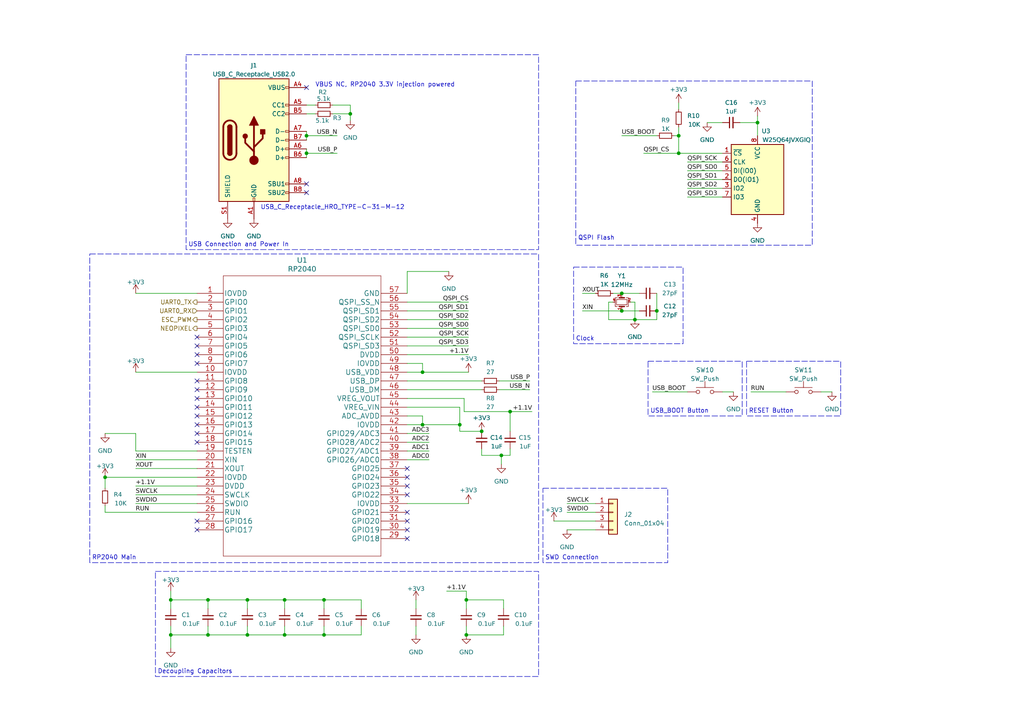
<source format=kicad_sch>
(kicad_sch (version 20230409) (generator eeschema)
  (paper "A4")
  (lib_symbols
    (symbol "2022-10-24_20-36-00:RP2040" (pin_names (offset 0.254))
      (property "Reference" "U" (at 30.48 10.16 0))
      (property "Value" "RP2040" (at 30.48 7.62 0))
      (symbol "RP2040_1_1"
        (polyline (pts (xy 7.62 -76.2) (xy 53.34 -76.2)) (stroke (width 0.127)))
        (polyline (pts (xy 7.62 5.08) (xy 7.62 -76.2)) (stroke (width 0.127)))
        (polyline (pts (xy 53.34 -76.2) (xy 53.34 5.08)) (stroke (width 0.127)))
        (polyline (pts (xy 53.34 5.08) (xy 7.62 5.08)) (stroke (width 0.127)))
        (pin power_in line (at 0 0 0) (length 7.62) (name "IOVDD") (number "1"))
        (pin power_in line (at 0 -22.86 0) (length 7.62) (name "IOVDD") (number "10"))
        (pin bidirectional line (at 0 -25.4 0) (length 7.62) (name "GPIO8") (number "11"))
        (pin bidirectional line (at 0 -27.94 0) (length 7.62) (name "GPIO9") (number "12"))
        (pin bidirectional line (at 0 -30.48 0) (length 7.62) (name "GPIO10") (number "13"))
        (pin bidirectional line (at 0 -33.02 0) (length 7.62) (name "GPIO11") (number "14"))
        (pin bidirectional line (at 0 -35.56 0) (length 7.62) (name "GPIO12") (number "15"))
        (pin bidirectional line (at 0 -38.1 0) (length 7.62) (name "GPIO13") (number "16"))
        (pin bidirectional line (at 0 -40.64 0) (length 7.62) (name "GPIO14") (number "17"))
        (pin bidirectional line (at 0 -43.18 0) (length 7.62) (name "GPIO15") (number "18"))
        (pin unspecified line (at 0 -45.72 0) (length 7.62) (name "TESTEN") (number "19"))
        (pin bidirectional line (at 0 -2.54 0) (length 7.62) (name "GPIO0") (number "2"))
        (pin unspecified line (at 0 -48.26 0) (length 7.62) (name "XIN") (number "20"))
        (pin output line (at 0 -50.8 0) (length 7.62) (name "XOUT") (number "21"))
        (pin power_in line (at 0 -53.34 0) (length 7.62) (name "IOVDD") (number "22"))
        (pin power_in line (at 0 -55.88 0) (length 7.62) (name "DVDD") (number "23"))
        (pin unspecified line (at 0 -58.42 0) (length 7.62) (name "SWCLK") (number "24"))
        (pin unspecified line (at 0 -60.96 0) (length 7.62) (name "SWDIO") (number "25"))
        (pin unspecified line (at 0 -63.5 0) (length 7.62) (name "RUN") (number "26"))
        (pin bidirectional line (at 0 -66.04 0) (length 7.62) (name "GPIO16") (number "27"))
        (pin bidirectional line (at 0 -68.58 0) (length 7.62) (name "GPIO17") (number "28"))
        (pin bidirectional line (at 60.96 -71.12 180) (length 7.62) (name "GPIO18") (number "29"))
        (pin bidirectional line (at 0 -5.08 0) (length 7.62) (name "GPIO1") (number "3"))
        (pin bidirectional line (at 60.96 -68.58 180) (length 7.62) (name "GPIO19") (number "30"))
        (pin bidirectional line (at 60.96 -66.04 180) (length 7.62) (name "GPIO20") (number "31"))
        (pin bidirectional line (at 60.96 -63.5 180) (length 7.62) (name "GPIO21") (number "32"))
        (pin power_in line (at 60.96 -60.96 180) (length 7.62) (name "IOVDD") (number "33"))
        (pin bidirectional line (at 60.96 -58.42 180) (length 7.62) (name "GPIO22") (number "34"))
        (pin bidirectional line (at 60.96 -55.88 180) (length 7.62) (name "GPIO23") (number "35"))
        (pin bidirectional line (at 60.96 -53.34 180) (length 7.62) (name "GPIO24") (number "36"))
        (pin bidirectional line (at 60.96 -50.8 180) (length 7.62) (name "GPIO25") (number "37"))
        (pin bidirectional line (at 60.96 -48.26 180) (length 7.62) (name "GPIO26/ADC0") (number "38"))
        (pin bidirectional line (at 60.96 -45.72 180) (length 7.62) (name "GPIO27/ADC1") (number "39"))
        (pin bidirectional line (at 0 -7.62 0) (length 7.62) (name "GPIO2") (number "4"))
        (pin bidirectional line (at 60.96 -43.18 180) (length 7.62) (name "GPIO28/ADC2") (number "40"))
        (pin bidirectional line (at 60.96 -40.64 180) (length 7.62) (name "GPIO29/ADC3") (number "41"))
        (pin power_in line (at 60.96 -38.1 180) (length 7.62) (name "IOVDD") (number "42"))
        (pin power_in line (at 60.96 -35.56 180) (length 7.62) (name "ADC_AVDD") (number "43"))
        (pin unspecified line (at 60.96 -33.02 180) (length 7.62) (name "VREG_VIN") (number "44"))
        (pin output line (at 60.96 -30.48 180) (length 7.62) (name "VREG_VOUT") (number "45"))
        (pin unspecified line (at 60.96 -27.94 180) (length 7.62) (name "USB_DM") (number "46"))
        (pin unspecified line (at 60.96 -25.4 180) (length 7.62) (name "USB_DP") (number "47"))
        (pin power_in line (at 60.96 -22.86 180) (length 7.62) (name "USB_VDD") (number "48"))
        (pin power_in line (at 60.96 -20.32 180) (length 7.62) (name "IOVDD") (number "49"))
        (pin bidirectional line (at 0 -10.16 0) (length 7.62) (name "GPIO3") (number "5"))
        (pin power_in line (at 60.96 -17.78 180) (length 7.62) (name "DVDD") (number "50"))
        (pin bidirectional line (at 60.96 -15.24 180) (length 7.62) (name "QSPI_SD3") (number "51"))
        (pin unspecified line (at 60.96 -12.7 180) (length 7.62) (name "QSPI_SCLK") (number "52"))
        (pin bidirectional line (at 60.96 -10.16 180) (length 7.62) (name "QSPI_SD0") (number "53"))
        (pin bidirectional line (at 60.96 -7.62 180) (length 7.62) (name "QSPI_SD2") (number "54"))
        (pin bidirectional line (at 60.96 -5.08 180) (length 7.62) (name "QSPI_SD1") (number "55"))
        (pin unspecified line (at 60.96 -2.54 180) (length 7.62) (name "QSPI_SS_N") (number "56"))
        (pin power_in line (at 60.96 0 180) (length 7.62) (name "GND") (number "57"))
        (pin bidirectional line (at 0 -12.7 0) (length 7.62) (name "GPIO4") (number "6"))
        (pin bidirectional line (at 0 -15.24 0) (length 7.62) (name "GPIO5") (number "7"))
        (pin bidirectional line (at 0 -17.78 0) (length 7.62) (name "GPIO6") (number "8"))
        (pin bidirectional line (at 0 -20.32 0) (length 7.62) (name "GPIO7") (number "9"))
      )
    )
    (symbol "Connector:USB_C_Receptacle_USB2.0" (pin_names (offset 1.016))
      (property "Reference" "J" (at -10.16 19.05 0))
      (property "Value" "USB_C_Receptacle_USB2.0" (at 19.05 19.05 0))
      (symbol "USB_C_Receptacle_USB2.0_0_0"
        (rectangle (start -0.254 -17.78) (end 0.254 -16.764))
        (rectangle (start 10.16 -14.986) (end 9.144 -15.494))
        (rectangle (start 10.16 -12.446) (end 9.144 -12.954))
        (rectangle (start 10.16 -4.826) (end 9.144 -5.334))
        (rectangle (start 10.16 -2.286) (end 9.144 -2.794))
        (rectangle (start 10.16 0.254) (end 9.144 -0.254))
        (rectangle (start 10.16 2.794) (end 9.144 2.286))
        (rectangle (start 10.16 7.874) (end 9.144 7.366))
        (rectangle (start 10.16 10.414) (end 9.144 9.906))
        (rectangle (start 10.16 15.494) (end 9.144 14.986))
      )
      (symbol "USB_C_Receptacle_USB2.0_0_1"
        (rectangle (start -10.16 17.78) (end 10.16 -17.78) (stroke (width 0.254)) (fill (type background)))
        (arc (start -8.89 -3.81) (mid -6.985 -5.7067) (end -5.08 -3.81) (stroke (width 0.508)))
        (arc (start -7.62 -3.81) (mid -6.985 -4.4423) (end -6.35 -3.81) (stroke (width 0.254)))
        (arc (start -7.62 -3.81) (mid -6.985 -4.4423) (end -6.35 -3.81) (stroke (width 0.254)) (fill (type outline)))
        (rectangle (start -7.62 -3.81) (end -6.35 3.81) (stroke (width 0.254)) (fill (type outline)))
        (arc (start -6.35 3.81) (mid -6.985 4.4423) (end -7.62 3.81) (stroke (width 0.254)))
        (arc (start -6.35 3.81) (mid -6.985 4.4423) (end -7.62 3.81) (stroke (width 0.254)) (fill (type outline)))
        (arc (start -5.08 3.81) (mid -6.985 5.7067) (end -8.89 3.81) (stroke (width 0.508)))
        (circle (center -2.54 1.143) (radius 0.635) (stroke (width 0.254)) (fill (type outline)))
        (circle (center 0 -5.842) (radius 1.27) (fill (type outline)))
        (polyline (pts (xy -8.89 -3.81) (xy -8.89 3.81)) (stroke (width 0.508)))
        (polyline (pts (xy -5.08 3.81) (xy -5.08 -3.81)) (stroke (width 0.508)))
        (polyline (pts (xy 0 -5.842) (xy 0 4.318)) (stroke (width 0.508)))
        (polyline (pts (xy 0 -3.302) (xy -2.54 -0.762) (xy -2.54 0.508)) (stroke (width 0.508)))
        (polyline (pts (xy 0 -2.032) (xy 2.54 0.508) (xy 2.54 1.778)) (stroke (width 0.508)))
        (polyline (pts (xy -1.27 4.318) (xy 0 6.858) (xy 1.27 4.318) (xy -1.27 4.318)) (stroke (width 0.254)) (fill (type outline)))
        (rectangle (start 1.905 1.778) (end 3.175 3.048) (stroke (width 0.254)) (fill (type outline)))
      )
      (symbol "USB_C_Receptacle_USB2.0_1_1"
        (pin passive line (at 0 -22.86 90) (length 5.08) (name "GND") (number "A1"))
        (pin passive line (at 0 -22.86 90) (length 5.08) hide (name "GND") (number "A12"))
        (pin passive line (at 15.24 15.24 180) (length 5.08) (name "VBUS") (number "A4"))
        (pin bidirectional line (at 15.24 10.16 180) (length 5.08) (name "CC1") (number "A5"))
        (pin bidirectional line (at 15.24 -2.54 180) (length 5.08) (name "D+") (number "A6"))
        (pin bidirectional line (at 15.24 2.54 180) (length 5.08) (name "D-") (number "A7"))
        (pin bidirectional line (at 15.24 -12.7 180) (length 5.08) (name "SBU1") (number "A8"))
        (pin passive line (at 15.24 15.24 180) (length 5.08) hide (name "VBUS") (number "A9"))
        (pin passive line (at 0 -22.86 90) (length 5.08) hide (name "GND") (number "B1"))
        (pin passive line (at 0 -22.86 90) (length 5.08) hide (name "GND") (number "B12"))
        (pin passive line (at 15.24 15.24 180) (length 5.08) hide (name "VBUS") (number "B4"))
        (pin bidirectional line (at 15.24 7.62 180) (length 5.08) (name "CC2") (number "B5"))
        (pin bidirectional line (at 15.24 -5.08 180) (length 5.08) (name "D+") (number "B6"))
        (pin bidirectional line (at 15.24 0 180) (length 5.08) (name "D-") (number "B7"))
        (pin bidirectional line (at 15.24 -15.24 180) (length 5.08) (name "SBU2") (number "B8"))
        (pin passive line (at 15.24 15.24 180) (length 5.08) hide (name "VBUS") (number "B9"))
        (pin passive line (at -7.62 -22.86 90) (length 5.08) (name "SHIELD") (number "S1"))
      )
    )
    (symbol "Connector_Generic:Conn_01x04" (pin_names (offset 1.016) hide)
      (property "Reference" "J" (at 0 5.08 0))
      (property "Value" "Conn_01x04" (at 0 -7.62 0))
      (symbol "Conn_01x04_1_1"
        (rectangle (start -1.27 -4.953) (end 0 -5.207) (stroke (width 0.1524)))
        (rectangle (start -1.27 -2.413) (end 0 -2.667) (stroke (width 0.1524)))
        (rectangle (start -1.27 0.127) (end 0 -0.127) (stroke (width 0.1524)))
        (rectangle (start -1.27 2.667) (end 0 2.413) (stroke (width 0.1524)))
        (rectangle (start -1.27 3.81) (end 1.27 -6.35) (stroke (width 0.254)) (fill (type background)))
        (pin passive line (at -5.08 2.54 0) (length 3.81) (name "Pin_1") (number "1"))
        (pin passive line (at -5.08 0 0) (length 3.81) (name "Pin_2") (number "2"))
        (pin passive line (at -5.08 -2.54 0) (length 3.81) (name "Pin_3") (number "3"))
        (pin passive line (at -5.08 -5.08 0) (length 3.81) (name "Pin_4") (number "4"))
      )
    )
    (symbol "Device:C_Small" (pin_numbers hide) (pin_names (offset 0.254) hide)
      (property "Reference" "C" (at 0.254 1.778 0))
      (property "Value" "C_Small" (at 0.254 -2.032 0))
      (symbol "C_Small_0_1"
        (polyline (pts (xy -1.524 -0.508) (xy 1.524 -0.508)) (stroke (width 0.3302)))
        (polyline (pts (xy -1.524 0.508) (xy 1.524 0.508)) (stroke (width 0.3048)))
      )
      (symbol "C_Small_1_1"
        (pin passive line (at 0 2.54 270) (length 2.032) (name "~") (number "1"))
        (pin passive line (at 0 -2.54 90) (length 2.032) (name "~") (number "2"))
      )
    )
    (symbol "Device:Crystal_GND24_Small" (pin_names (offset 1.016) hide)
      (property "Reference" "Y" (at 1.27 4.445 0))
      (property "Value" "Crystal_GND24_Small" (at 1.27 2.54 0))
      (symbol "Crystal_GND24_Small_0_1"
        (rectangle (start -0.762 -1.524) (end 0.762 1.524))
        (polyline (pts (xy -1.27 -0.762) (xy -1.27 0.762)) (stroke (width 0.381)))
        (polyline (pts (xy 1.27 -0.762) (xy 1.27 0.762)) (stroke (width 0.381)))
        (polyline (pts (xy -1.27 -1.27) (xy -1.27 -1.905) (xy 1.27 -1.905) (xy 1.27 -1.27)))
        (polyline (pts (xy -1.27 1.27) (xy -1.27 1.905) (xy 1.27 1.905) (xy 1.27 1.27)))
      )
      (symbol "Crystal_GND24_Small_1_1"
        (pin passive line (at -2.54 0 0) (length 1.27) (name "1") (number "1"))
        (pin passive line (at 0 -2.54 90) (length 0.635) (name "2") (number "2"))
        (pin passive line (at 2.54 0 180) (length 1.27) (name "3") (number "3"))
        (pin passive line (at 0 2.54 270) (length 0.635) (name "4") (number "4"))
      )
    )
    (symbol "Device:R_Small" (pin_numbers hide) (pin_names (offset 0.254) hide)
      (property "Reference" "R" (at 0.762 0.508 0))
      (property "Value" "R_Small" (at 0.762 -1.016 0))
      (symbol "R_Small_0_1"
        (rectangle (start -0.762 1.778) (end 0.762 -1.778) (stroke (width 0.2032)))
      )
      (symbol "R_Small_1_1"
        (pin passive line (at 0 2.54 270) (length 0.762) (name "~") (number "1"))
        (pin passive line (at 0 -2.54 90) (length 0.762) (name "~") (number "2"))
      )
    )
    (symbol "Memory_Flash:W25Q32JVSS"
      (property "Reference" "U" (at -6.35 11.43 0))
      (property "Value" "W25Q32JVSS" (at 7.62 11.43 0))
      (symbol "W25Q32JVSS_0_1"
        (rectangle (start -7.62 10.16) (end 7.62 -10.16) (stroke (width 0.254)) (fill (type background)))
      )
      (symbol "W25Q32JVSS_1_1"
        (pin input line (at -10.16 7.62 0) (length 2.54) (name "~{CS}") (number "1"))
        (pin bidirectional line (at -10.16 0 0) (length 2.54) (name "DO(IO1)") (number "2"))
        (pin bidirectional line (at -10.16 -2.54 0) (length 2.54) (name "IO2") (number "3"))
        (pin power_in line (at 0 -12.7 90) (length 2.54) (name "GND") (number "4"))
        (pin bidirectional line (at -10.16 2.54 0) (length 2.54) (name "DI(IO0)") (number "5"))
        (pin input line (at -10.16 5.08 0) (length 2.54) (name "CLK") (number "6"))
        (pin bidirectional line (at -10.16 -5.08 0) (length 2.54) (name "IO3") (number "7"))
        (pin power_in line (at 0 12.7 270) (length 2.54) (name "VCC") (number "8"))
      )
    )
    (symbol "PCM_4ms_Power-symbol:GND" (power) (pin_names (offset 0))
      (property "Value" "GND" (at 0 -3.81 0))
      (symbol "GND_0_1"
        (polyline (pts (xy 0 0) (xy 0 -1.27) (xy 1.27 -1.27) (xy 0 -2.54) (xy -1.27 -1.27) (xy 0 -1.27)))
      )
      (symbol "GND_1_1"
        (pin power_in line (at 0 0 270) (length 0) hide (name "GND") (number "1"))
      )
    )
    (symbol "Switch:SW_Push" (pin_numbers hide) (pin_names (offset 1.016) hide)
      (property "Reference" "SW" (at 1.27 2.54 0))
      (property "Value" "SW_Push" (at 0 -1.524 0))
      (symbol "SW_Push_0_1"
        (circle (center -2.032 0) (radius 0.508))
        (polyline (pts (xy 0 1.27) (xy 0 3.048)))
        (polyline (pts (xy 2.54 1.27) (xy -2.54 1.27)))
        (circle (center 2.032 0) (radius 0.508))
        (pin passive line (at -5.08 0 0) (length 2.54) (name "1") (number "1"))
        (pin passive line (at 5.08 0 180) (length 2.54) (name "2") (number "2"))
      )
    )
    (symbol "power:+3.3V" (power) (pin_names (offset 0))
      (property "Value" "+3.3V" (at 0 3.556 0))
      (symbol "+3.3V_0_1"
        (polyline (pts (xy -0.762 1.27) (xy 0 2.54)))
        (polyline (pts (xy 0 0) (xy 0 2.54)))
        (polyline (pts (xy 0 2.54) (xy 0.762 1.27)))
      )
      (symbol "+3.3V_1_1"
        (pin power_in line (at 0 0 90) (length 0) hide (name "+3.3V") (number "1"))
      )
    )
    (symbol "power:GND" (power) (pin_names (offset 0))
      (property "Value" "GND" (at 0 -3.81 0))
      (symbol "GND_0_1"
        (polyline (pts (xy 0 0) (xy 0 -1.27) (xy 1.27 -1.27) (xy 0 -2.54) (xy -1.27 -1.27) (xy 0 -1.27)))
      )
      (symbol "GND_1_1"
        (pin power_in line (at 0 0 270) (length 0) hide (name "GND") (number "1"))
      )
    )
  )
  (junction (at 82.55 173.99))
  (junction (at 101.6 33.02))
  (junction (at 196.85 39.37))
  (junction (at 49.53 184.15))
  (junction (at 139.7 125.095))
  (junction (at 93.98 173.99))
  (junction (at 88.9 39.37))
  (junction (at 88.9 44.45))
  (junction (at 82.55 184.15))
  (junction (at 190.5 90.17))
  (junction (at 71.755 184.15))
  (junction (at 196.85 44.45))
  (junction (at 71.755 173.99))
  (junction (at 122.555 123.19))
  (junction (at 30.48 138.43))
  (junction (at 180.34 90.17))
  (junction (at 219.71 35.56))
  (junction (at 135.255 184.15))
  (junction (at 184.15 92.71))
  (junction (at 60.325 184.15))
  (junction (at 133.35 123.19))
  (junction (at 60.325 173.99))
  (junction (at 147.955 119.38))
  (junction (at 122.555 107.95))
  (junction (at 135.255 173.99))
  (junction (at 49.53 173.99))
  (junction (at 93.98 184.15))
  (junction (at 145.415 132.08))
  (junction (at 180.34 85.09))
  (no_connect (at 118.11 148.59))
  (no_connect (at 57.15 120.65))
  (no_connect (at 118.11 143.51))
  (no_connect (at 118.11 140.97))
  (no_connect (at 57.15 128.27))
  (no_connect (at 88.9 53.34))
  (no_connect (at 118.11 138.43))
  (no_connect (at 57.15 105.41))
  (no_connect (at 57.15 118.11))
  (no_connect (at 57.15 113.03))
  (no_connect (at 118.11 156.21))
  (no_connect (at 57.15 115.57))
  (no_connect (at 88.9 55.88))
  (no_connect (at 118.11 151.13))
  (no_connect (at 57.15 100.33))
  (no_connect (at 57.15 125.73))
  (no_connect (at 118.11 153.67))
  (no_connect (at 57.15 110.49))
  (no_connect (at 57.15 151.13))
  (no_connect (at 57.15 97.79))
  (no_connect (at 57.15 123.19))
  (no_connect (at 57.15 102.87))
  (no_connect (at 88.9 25.4))
  (no_connect (at 57.15 153.67))
  (no_connect (at 118.11 135.89))
  (wire (pts (xy 147.955 132.08) (xy 147.955 130.175)))
  (wire (pts (xy 134.62 119.38) (xy 147.955 119.38)))
  (wire (pts (xy 88.9 39.37) (xy 97.79 39.37)))
  (wire (pts (xy 93.98 173.99) (xy 104.775 173.99)))
  (wire (pts (xy 180.34 39.37) (xy 190.5 39.37)))
  (wire (pts (xy 82.55 181.61) (xy 82.55 184.15)))
  (wire (pts (xy 180.34 90.17) (xy 185.42 90.17)))
  (wire (pts (xy 168.91 85.09) (xy 172.72 85.09)))
  (wire (pts (xy 82.55 173.99) (xy 82.55 176.53)))
  (wire (pts (xy 145.415 132.08) (xy 147.955 132.08)))
  (wire (pts (xy 135.255 184.15) (xy 146.05 184.15)))
  (wire (pts (xy 39.37 140.97) (xy 57.15 140.97)))
  (wire (pts (xy 88.9 30.48) (xy 91.44 30.48)))
  (wire (pts (xy 39.37 143.51) (xy 57.15 143.51)))
  (wire (pts (xy 135.255 173.99) (xy 146.05 173.99)))
  (wire (pts (xy 49.53 171.45) (xy 49.53 173.99)))
  (wire (pts (xy 71.755 181.61) (xy 71.755 184.15)))
  (wire (pts (xy 39.37 130.81) (xy 39.37 125.73)))
  (wire (pts (xy 135.89 146.05) (xy 118.11 146.05)))
  (wire (pts (xy 118.11 120.65) (xy 122.555 120.65)))
  (wire (pts (xy 199.39 52.07) (xy 209.55 52.07)))
  (wire (pts (xy 118.11 115.57) (xy 134.62 115.57)))
  (wire (pts (xy 144.78 113.03) (xy 153.67 113.03)))
  (wire (pts (xy 60.325 173.99) (xy 60.325 176.53)))
  (wire (pts (xy 88.9 38.1) (xy 88.9 39.37)))
  (wire (pts (xy 122.555 120.65) (xy 122.555 123.19)))
  (wire (pts (xy 196.85 44.45) (xy 209.55 44.45)))
  (wire (pts (xy 60.325 181.61) (xy 60.325 184.15)))
  (wire (pts (xy 120.65 173.99) (xy 120.65 176.53)))
  (wire (pts (xy 122.555 105.41) (xy 122.555 107.95)))
  (wire (pts (xy 101.6 30.48) (xy 101.6 33.02)))
  (wire (pts (xy 190.5 92.71) (xy 190.5 90.17)))
  (wire (pts (xy 122.555 123.19) (xy 133.35 123.19)))
  (wire (pts (xy 122.555 107.95) (xy 118.11 107.95)))
  (wire (pts (xy 199.39 57.15) (xy 209.55 57.15)))
  (wire (pts (xy 88.9 43.18) (xy 88.9 44.45)))
  (wire (pts (xy 71.755 184.15) (xy 82.55 184.15)))
  (wire (pts (xy 182.88 87.63) (xy 184.15 87.63)))
  (wire (pts (xy 135.89 92.71) (xy 118.11 92.71)))
  (wire (pts (xy 57.15 130.81) (xy 39.37 130.81)))
  (wire (pts (xy 160.655 151.13) (xy 172.72 151.13)))
  (wire (pts (xy 104.775 173.99) (xy 104.775 176.53)))
  (wire (pts (xy 176.53 87.63) (xy 177.8 87.63)))
  (wire (pts (xy 133.35 118.11) (xy 133.35 123.19)))
  (wire (pts (xy 189.23 113.665) (xy 199.39 113.665)))
  (wire (pts (xy 133.35 125.095) (xy 139.7 125.095)))
  (wire (pts (xy 39.37 133.35) (xy 57.15 133.35)))
  (wire (pts (xy 30.48 146.685) (xy 30.48 148.59)))
  (wire (pts (xy 118.11 118.11) (xy 133.35 118.11)))
  (wire (pts (xy 135.89 95.25) (xy 118.11 95.25)))
  (wire (pts (xy 147.955 119.38) (xy 147.955 125.095)))
  (wire (pts (xy 88.9 44.45) (xy 97.79 44.45)))
  (wire (pts (xy 71.755 173.99) (xy 71.755 176.53)))
  (wire (pts (xy 129.54 171.45) (xy 135.255 171.45)))
  (wire (pts (xy 217.805 113.665) (xy 227.965 113.665)))
  (wire (pts (xy 190.5 85.09) (xy 190.5 90.17)))
  (wire (pts (xy 135.89 102.87) (xy 118.11 102.87)))
  (wire (pts (xy 164.465 148.59) (xy 172.72 148.59)))
  (wire (pts (xy 135.255 171.45) (xy 135.255 173.99)))
  (wire (pts (xy 39.37 125.73) (xy 30.48 125.73)))
  (wire (pts (xy 39.37 135.89) (xy 57.15 135.89)))
  (wire (pts (xy 39.37 107.95) (xy 57.15 107.95)))
  (wire (pts (xy 30.48 138.43) (xy 57.15 138.43)))
  (wire (pts (xy 205.105 35.56) (xy 209.55 35.56)))
  (wire (pts (xy 49.53 173.99) (xy 49.53 176.53)))
  (wire (pts (xy 71.755 173.99) (xy 82.55 173.99)))
  (wire (pts (xy 133.35 123.19) (xy 133.35 125.095)))
  (wire (pts (xy 209.55 113.665) (xy 212.725 113.665)))
  (wire (pts (xy 164.465 146.05) (xy 172.72 146.05)))
  (wire (pts (xy 145.415 132.08) (xy 145.415 134.62)))
  (wire (pts (xy 60.325 173.99) (xy 71.755 173.99)))
  (wire (pts (xy 39.37 85.09) (xy 57.15 85.09)))
  (wire (pts (xy 88.9 39.37) (xy 88.9 40.64)))
  (wire (pts (xy 135.255 173.99) (xy 135.255 176.53)))
  (wire (pts (xy 196.85 39.37) (xy 196.85 44.45)))
  (wire (pts (xy 49.53 181.61) (xy 49.53 184.15)))
  (wire (pts (xy 30.48 138.43) (xy 30.48 141.605)))
  (wire (pts (xy 144.78 110.49) (xy 153.67 110.49)))
  (wire (pts (xy 199.39 49.53) (xy 209.55 49.53)))
  (wire (pts (xy 96.52 33.02) (xy 101.6 33.02)))
  (wire (pts (xy 135.89 100.33) (xy 118.11 100.33)))
  (wire (pts (xy 135.89 87.63) (xy 118.11 87.63)))
  (wire (pts (xy 180.34 85.09) (xy 185.42 85.09)))
  (wire (pts (xy 30.48 148.59) (xy 57.15 148.59)))
  (wire (pts (xy 199.39 46.99) (xy 209.55 46.99)))
  (wire (pts (xy 93.98 173.99) (xy 93.98 176.53)))
  (wire (pts (xy 122.555 123.19) (xy 118.11 123.19)))
  (wire (pts (xy 134.62 115.57) (xy 134.62 119.38)))
  (wire (pts (xy 118.11 113.03) (xy 139.7 113.03)))
  (wire (pts (xy 214.63 35.56) (xy 219.71 35.56)))
  (wire (pts (xy 104.775 181.61) (xy 104.775 184.15)))
  (wire (pts (xy 88.9 33.02) (xy 91.44 33.02)))
  (wire (pts (xy 118.11 133.35) (xy 124.46 133.35)))
  (wire (pts (xy 39.37 146.05) (xy 57.15 146.05)))
  (wire (pts (xy 186.69 44.45) (xy 196.85 44.45)))
  (wire (pts (xy 168.91 90.17) (xy 180.34 90.17)))
  (wire (pts (xy 118.11 105.41) (xy 122.555 105.41)))
  (wire (pts (xy 196.85 29.845) (xy 196.85 31.75)))
  (wire (pts (xy 135.89 97.79) (xy 118.11 97.79)))
  (wire (pts (xy 146.05 173.99) (xy 146.05 176.53)))
  (wire (pts (xy 118.11 110.49) (xy 139.7 110.49)))
  (wire (pts (xy 118.11 78.74) (xy 118.11 85.09)))
  (wire (pts (xy 177.8 85.09) (xy 180.34 85.09)))
  (wire (pts (xy 130.175 78.74) (xy 118.11 78.74)))
  (wire (pts (xy 164.465 153.67) (xy 172.72 153.67)))
  (wire (pts (xy 49.53 184.15) (xy 49.53 187.96)))
  (wire (pts (xy 118.11 130.81) (xy 124.46 130.81)))
  (wire (pts (xy 219.71 35.56) (xy 219.71 33.655)))
  (wire (pts (xy 184.15 87.63) (xy 184.15 92.71)))
  (wire (pts (xy 184.15 92.71) (xy 190.5 92.71)))
  (wire (pts (xy 101.6 33.02) (xy 101.6 34.925)))
  (wire (pts (xy 135.255 181.61) (xy 135.255 184.15)))
  (wire (pts (xy 120.65 181.61) (xy 120.65 184.15)))
  (wire (pts (xy 49.53 173.99) (xy 60.325 173.99)))
  (wire (pts (xy 196.85 36.83) (xy 196.85 39.37)))
  (wire (pts (xy 176.53 92.71) (xy 184.15 92.71)))
  (wire (pts (xy 199.39 54.61) (xy 209.55 54.61)))
  (wire (pts (xy 82.55 173.99) (xy 93.98 173.99)))
  (wire (pts (xy 93.98 184.15) (xy 104.775 184.15)))
  (wire (pts (xy 93.98 181.61) (xy 93.98 184.15)))
  (wire (pts (xy 118.11 128.27) (xy 124.46 128.27)))
  (wire (pts (xy 96.52 30.48) (xy 101.6 30.48)))
  (wire (pts (xy 195.58 39.37) (xy 196.85 39.37)))
  (wire (pts (xy 60.325 184.15) (xy 71.755 184.15)))
  (wire (pts (xy 82.55 184.15) (xy 93.98 184.15)))
  (wire (pts (xy 118.11 125.73) (xy 124.46 125.73)))
  (wire (pts (xy 176.53 87.63) (xy 176.53 92.71)))
  (wire (pts (xy 147.955 119.38) (xy 154.305 119.38)))
  (wire (pts (xy 146.05 184.15) (xy 146.05 181.61)))
  (wire (pts (xy 88.9 44.45) (xy 88.9 45.72)))
  (wire (pts (xy 135.89 107.95) (xy 122.555 107.95)))
  (wire (pts (xy 139.7 130.175) (xy 139.7 132.08)))
  (wire (pts (xy 238.125 113.665) (xy 241.3 113.665)))
  (wire (pts (xy 219.71 35.56) (xy 219.71 39.37)))
  (wire (pts (xy 139.7 132.08) (xy 145.415 132.08)))
  (wire (pts (xy 49.53 184.15) (xy 60.325 184.15)))
  (wire (pts (xy 135.89 90.17) (xy 118.11 90.17)))
  (rectangle (start 53.975 15.875) (end 156.21 72.39) (stroke (width 0) (type dash)))
  (rectangle (start 187.96 104.775) (end 215.265 120.65) (stroke (width 0) (type dash)))
  (rectangle (start 216.535 104.775) (end 243.84 120.65) (stroke (width 0) (type dash)))
  (rectangle (start 157.48 141.605) (end 193.675 163.195) (stroke (width 0) (type dash)))
  (rectangle (start 26.035 73.66) (end 156.21 163.195) (stroke (width 0) (type dash)))
  (rectangle (start 45.085 165.735) (end 156.21 196.215) (stroke (width 0) (type dash)))
  (rectangle (start 166.37 77.47) (end 198.12 99.695) (stroke (width 0) (type dash)))
  (rectangle (start 167.005 23.495) (end 235.585 71.12) (stroke (width 0) (type dash)))
  (text "Clock" (at 167.005 99.06 0) (effects (font (size 1.27 1.27)) (justify left bottom)))
  (text "USB Connection and Power In" (at 54.61 71.755 0) (effects (font (size 1.27 1.27)) (justify left bottom)))
  (text "RP2040 Main" (at 26.67 162.56 0) (effects (font (size 1.27 1.27)) (justify left bottom)))
  (text "RESET Button\n" (at 217.17 120.015 0) (effects (font (size 1.27 1.27)) (justify left bottom)))
  (text "USB_BOOT Button\n" (at 188.595 120.015 0) (effects (font (size 1.27 1.27)) (justify left bottom)))
  (text "QSPI Flash" (at 167.64 69.85 0) (effects (font (size 1.27 1.27)) (justify left bottom)))
  (text "SWD Connection" (at 158.115 162.56 0) (effects (font (size 1.27 1.27)) (justify left bottom)))
  (text "Decoupling Capacitors" (at 45.72 195.58 0) (effects (font (size 1.27 1.27)) (justify left bottom)))
  (text "USB_C_Receptacle_HRO_TYPE-C-31-M-12" (at 75.565 60.96 0) (effects (font (size 1.27 1.27)) (justify left bottom)))
  (text "VBUS NC, RP2040 3.3V injection powered" (at 91.44 25.4 0) (effects (font (size 1.27 1.27)) (justify left bottom)))
  (label "USB_P" (at 97.79 44.45 180))
  (label "+1.1V" (at 129.54 171.45 0))
  (label "USB_N" (at 153.67 113.03 180))
  (label "XIN" (at 39.37 133.35 0))
  (label "QSPI_SD1" (at 199.39 52.07 0))
  (label "QSPI_SCK" (at 135.89 97.79 180))
  (label "QSPI_SD3" (at 135.89 100.33 180))
  (label "QSPI_CS" (at 135.89 87.63 180))
  (label "QSPI_SD1" (at 135.89 90.17 180))
  (label "+1.1V" (at 39.37 140.97 0))
  (label "USB_BOOT" (at 180.34 39.37 0))
  (label "RUN" (at 217.805 113.665 0))
  (label "XOUT" (at 39.37 135.89 0))
  (label "XOUT" (at 168.91 85.09 0))
  (label "ADC2" (at 124.46 128.27 180))
  (label "QSPI_SCK" (at 199.39 46.99 0))
  (label "QSPI_SD0" (at 199.39 49.53 0))
  (label "ADC1" (at 124.46 130.81 180))
  (label "SWCLK" (at 39.37 143.51 0))
  (label "+1.1V" (at 135.89 102.87 180))
  (label "SWDIO" (at 164.465 148.59 0))
  (label "+1.1V" (at 154.305 119.38 180))
  (label "XIN" (at 168.91 90.17 0))
  (label "USB_P" (at 153.67 110.49 180))
  (label "SWDIO" (at 39.37 146.05 0))
  (label "ADC0" (at 124.46 133.35 180))
  (label "QSPI_SD3" (at 199.39 57.15 0))
  (label "QSPI_SD2" (at 199.39 54.61 0))
  (label "SWCLK" (at 164.465 146.05 0))
  (label "QSPI_SD0" (at 135.89 95.25 180))
  (label "USB_BOOT" (at 189.23 113.665 0))
  (label "QSPI_SD2" (at 135.89 92.71 180))
  (label "QSPI_CS" (at 186.69 44.45 0))
  (label "RUN" (at 39.37 148.59 0))
  (label "USB_N" (at 97.79 39.37 180))
  (label "ADC3" (at 124.46 125.73 180))
  (hierarchical_label "UART0_TX" (shape output) (at 57.15 87.63 180))
  (hierarchical_label "ESC_PWM" (shape output) (at 57.15 92.71 180))
  (hierarchical_label "NEOPIXEL" (shape output) (at 57.15 95.25 180))
  (hierarchical_label "UART0_RX" (shape input) (at 57.15 90.17 180))
  (symbol (lib_id "power:GND") (at 120.65 184.15 0) (unit 1)
    (property "Reference" "#PWR015" (effects hide))
    (property "Value" "GND" (at 120.65 189.23 0))
    (instances (project "rp2040_keyboard" (path "" (reference "#PWR015") (unit 1))) (project "rp2040_base" (path "" (reference "#PWR011") (unit 1))) (project "rp2040_module" (path "" (reference "#PWR011") (unit 1)) (path "" (reference "#PWR011") (unit 1))))
  )
  (symbol (lib_id "PCM_4ms_Power-symbol:GND") (at 219.71 64.77 0) (unit 1)
    (property "Reference" "#PWR0102" (effects hide))
    (property "Value" "GND" (at 219.71 69.85 0))
    (instances (project "rp2040_keyboard" (path "" (reference "#PWR0102") (unit 1))) (project "rp2040_base" (path "" (reference "#PWR025") (unit 1))) (project "rp2040_module" (path "" (reference "#PWR025") (unit 1)) (path "" (reference "#PWR025") (unit 1))))
  )
  (symbol (lib_id "Device:Crystal_GND24_Small") (at 180.34 87.63 90) (unit 1)
    (property "Reference" "Y1" (at 180.34 80.01 90))
    (property "Value" "12MHz" (at 180.34 82.55 90))
    (property "Footprint" "Crystal:Crystal_SMD_2016-4Pin_2.0x1.6mm" (effects hide))
  )
  (symbol (lib_id "Device:R_Small") (at 196.85 34.29 180) (unit 1)
    (property "Reference" "R10" (at 199.39 33.655 0) (effects (justify right)))
    (property "Value" "10K" (at 199.39 36.195 0) (effects (justify right)))
    (property "Footprint" "Resistor_SMD:R_0402_1005Metric" (effects hide))
    (instances (project "rp2040_keyboard" (path "" (reference "R10") (unit 1))) (project "rp2040_base" (path "" (reference "R8") (unit 1))) (project "rp2040_module" (path "" (reference "R8") (unit 1)) (path "" (reference "R8") (unit 1))))
  )
  (symbol (lib_id "PCM_4ms_Power-symbol:GND") (at 205.105 35.56 0) (unit 1)
    (property "Reference" "#PWR027" (effects hide))
    (property "Value" "GND" (at 205.105 40.64 0))
    (instances (project "rp2040_keyboard" (path "" (reference "#PWR027") (unit 1))) (project "rp2040_base" (path "" (reference "#PWR023") (unit 1))) (project "rp2040_module" (path "" (reference "#PWR023") (unit 1)) (path "" (reference "#PWR023") (unit 1))))
  )
  (symbol (lib_id "power:GND") (at 49.53 187.96 0) (unit 1)
    (property "Reference" "#PWR02" (effects hide))
    (property "Value" "GND" (at 49.53 193.04 0))
    (instances (project "rp2040_keyboard" (path "" (reference "#PWR02") (unit 1))) (project "rp2040_base" (path "" (reference "#PWR06") (unit 1))) (project "rp2040_module" (path "" (reference "#PWR06") (unit 1)) (path "" (reference "#PWR06") (unit 1))))
  )
  (symbol (lib_id "PCM_4ms_Power-symbol:GND") (at 30.48 125.73 0) (unit 1)
    (property "Reference" "#PWR09" (effects hide))
    (property "Value" "GND" (at 30.48 130.81 0))
    (instances (project "rp2040_keyboard" (path "" (reference "#PWR09") (unit 1))) (project "rp2040_base" (path "" (reference "#PWR01") (unit 1))) (project "rp2040_module" (path "" (reference "#PWR01") (unit 1)) (path "" (reference "#PWR01") (unit 1))))
  )
  (symbol (lib_id "Device:C_Small") (at 71.755 179.07 0) (unit 1)
    (property "Reference" "C3" (at 74.93 178.4413 0) (effects (justify left)))
    (property "Value" "0.1uF" (at 74.93 180.9813 0) (effects (justify left)))
    (property "Footprint" "Capacitor_SMD:C_0402_1005Metric" (effects hide))
  )
  (symbol (lib_id "power:+3.3V") (at 219.71 33.655 0) (unit 1)
    (property "Reference" "#PWR028" (effects hide))
    (property "Value" "+3V3" (at 219.71 29.845 0))
    (instances (project "rp2040_keyboard" (path "" (reference "#PWR028") (unit 1))) (project "rp2040_base" (path "" (reference "#PWR024") (unit 1))) (project "rp2040_module" (path "" (reference "#PWR024") (unit 1)) (path "" (reference "#PWR024") (unit 1))))
  )
  (symbol (lib_id "PCM_4ms_Power-symbol:GND") (at 145.415 134.62 0) (unit 1)
    (property "Reference" "#PWR025" (effects hide))
    (property "Value" "GND" (at 145.415 139.7 0))
    (instances (project "rp2040_keyboard" (path "" (reference "#PWR025") (unit 1))) (project "rp2040_base" (path "" (reference "#PWR017") (unit 1))) (project "rp2040_module" (path "" (reference "#PWR017") (unit 1)) (path "" (reference "#PWR017") (unit 1))))
  )
  (symbol (lib_id "power:GND") (at 164.465 153.67 0) (unit 1)
    (property "Reference" "#PWR04" (effects hide))
    (property "Value" "GND" (at 164.465 158.75 0))
    (instances (project "rp2040_keyboard" (path "" (reference "#PWR04") (unit 1))) (project "rp2040_base" (path "" (reference "#PWR019") (unit 1))) (project "rp2040_module" (path "" (reference "#PWR019") (unit 1)) (path "" (reference "#PWR019") (unit 1))))
  )
  (symbol (lib_id "Device:R_Small") (at 142.24 110.49 90) (unit 1)
    (property "Reference" "R7" (at 142.24 105.41 90))
    (property "Value" "27" (at 142.24 107.95 90))
    (property "Footprint" "Resistor_SMD:R_0603_1608Metric" (effects hide))
    (instances (project "rp2040_keyboard" (path "" (reference "R7") (unit 1))) (project "rp2040_base" (path "" (reference "R4") (unit 1))) (project "rp2040_module" (path "" (reference "R4") (unit 1)) (path "" (reference "R4") (unit 1))))
  )
  (symbol (lib_id "power:GND") (at 135.255 184.15 0) (unit 1)
    (property "Reference" "#PWR016" (effects hide))
    (property "Value" "GND" (at 135.255 189.23 0))
    (instances (project "rp2040_keyboard" (path "" (reference "#PWR016") (unit 1))) (project "rp2040_base" (path "" (reference "#PWR013") (unit 1))) (project "rp2040_module" (path "" (reference "#PWR013") (unit 1)) (path "" (reference "#PWR013") (unit 1))))
  )
  (symbol (lib_id "Connector_Generic:Conn_01x04") (at 177.8 148.59 0) (unit 1)
    (property "Reference" "J2" (at 180.975 149.225 0) (effects (justify left)))
    (property "Value" "Conn_01x04" (at 180.975 151.765 0) (effects (justify left)))
    (property "Footprint" "Connector_PinHeader_2.54mm:PinHeader_1x04_P2.54mm_Vertical" (effects hide))
  )
  (symbol (lib_id "Device:C_Small") (at 135.255 179.07 0) (unit 1)
    (property "Reference" "C9" (at 138.43 178.4413 0) (effects (justify left)))
    (property "Value" "0.1uF" (at 138.43 180.9813 0) (effects (justify left)))
    (property "Footprint" "Capacitor_SMD:C_0402_1005Metric" (effects hide))
    (instances (project "rp2040_keyboard" (path "" (reference "C9") (unit 1))) (project "rp2040_base" (path "" (reference "C8") (unit 1))) (project "rp2040_module" (path "" (reference "C8") (unit 1)) (path "" (reference "C8") (unit 1))))
  )
  (symbol (lib_id "Device:C_Small") (at 49.53 179.07 0) (unit 1)
    (property "Reference" "C1" (at 52.705 178.4413 0) (effects (justify left)))
    (property "Value" "0.1uF" (at 52.705 180.9813 0) (effects (justify left)))
    (property "Footprint" "Capacitor_SMD:C_0402_1005Metric" (effects hide))
  )
  (symbol (lib_id "power:GND") (at 101.6 34.925 0) (unit 1)
    (property "Reference" "#PWR08" (effects hide))
    (property "Value" "GND" (at 101.6 40.005 0))
    (instances (project "rp2040_keyboard" (path "" (reference "#PWR08") (unit 1))) (project "rp2040_base" (path "" (reference "#PWR09") (unit 1))) (project "rp2040_module" (path "" (reference "#PWR09") (unit 1)) (path "" (reference "#PWR09") (unit 1))))
  )
  (symbol (lib_id "2022-10-24_20-36-00:RP2040") (at 57.15 85.09 0) (unit 1)
    (property "Reference" "U1" (at 87.63 75.565 0) (effects (font (size 1.524 1.524))))
    (property "Value" "RP2040" (at 87.63 78.105 0) (effects (font (size 1.524 1.524))))
    (property "Footprint" "Package_DFN_QFN:QFN-56-1EP_7x7mm_P0.4mm_EP3.2x3.2mm_ThermalVias" (effects hide))
  )
  (symbol (lib_id "power:GND") (at 73.66 63.5 0) (unit 1)
    (property "Reference" "#PWR07" (effects hide))
    (property "Value" "GND" (at 73.66 68.58 0))
    (instances (project "rp2040_keyboard" (path "" (reference "#PWR07") (unit 1))) (project "rp2040_base" (path "" (reference "#PWR08") (unit 1))) (project "rp2040_module" (path "" (reference "#PWR08") (unit 1)) (path "" (reference "#PWR08") (unit 1))))
  )
  (symbol (lib_id "Connector:USB_C_Receptacle_USB2.0") (at 73.66 40.64 0) (unit 1)
    (property "Reference" "J1" (at 73.66 19.05 0))
    (property "Value" "USB_C_Receptacle_USB2.0" (at 73.66 21.59 0))
    (property "Footprint" "Connector_USB:USB_C_Receptacle_HRO_TYPE-C-31-M-12" (effects hide))
    (property "Datasheet" "https://www.usb.org/sites/default/files/documents/usb_type-c.zip" (effects hide))
  )
  (symbol (lib_id "Device:C_Small") (at 120.65 179.07 0) (unit 1)
    (property "Reference" "C8" (at 123.825 178.4413 0) (effects (justify left)))
    (property "Value" "0.1uF" (at 123.825 180.9813 0) (effects (justify left)))
    (property "Footprint" "Capacitor_SMD:C_0402_1005Metric" (effects hide))
    (instances (project "rp2040_keyboard" (path "" (reference "C8") (unit 1))) (project "rp2040_base" (path "" (reference "C7") (unit 1))) (project "rp2040_module" (path "" (reference "C7") (unit 1)) (path "" (reference "C7") (unit 1))))
  )
  (symbol (lib_id "Device:R_Small") (at 142.24 113.03 270) (unit 1)
    (property "Reference" "R8" (at 142.24 115.57 90))
    (property "Value" "27" (at 142.24 118.11 90))
    (property "Footprint" "Resistor_SMD:R_0603_1608Metric" (effects hide))
    (instances (project "rp2040_keyboard" (path "" (reference "R8") (unit 1))) (project "rp2040_base" (path "" (reference "R5") (unit 1))) (project "rp2040_module" (path "" (reference "R5") (unit 1)) (path "" (reference "R5") (unit 1))))
  )
  (symbol (lib_id "Device:C_Small") (at 60.325 179.07 0) (unit 1)
    (property "Reference" "C2" (at 63.5 178.4413 0) (effects (justify left)))
    (property "Value" "0.1uF" (at 63.5 180.9813 0) (effects (justify left)))
    (property "Footprint" "Capacitor_SMD:C_0402_1005Metric" (effects hide))
  )
  (symbol (lib_id "Device:C_Small") (at 82.55 179.07 0) (unit 1)
    (property "Reference" "C4" (at 85.725 178.4413 0) (effects (justify left)))
    (property "Value" "0.1uF" (at 85.725 180.9813 0) (effects (justify left)))
    (property "Footprint" "Capacitor_SMD:C_0402_1005Metric" (effects hide))
  )
  (symbol (lib_id "power:+3.3V") (at 135.89 107.95 0) (unit 1)
    (property "Reference" "#PWR022" (effects hide))
    (property "Value" "+3V3" (at 135.89 104.14 0))
    (instances (project "rp2040_keyboard" (path "" (reference "#PWR022") (unit 1))) (project "rp2040_base" (path "" (reference "#PWR014") (unit 1))) (project "rp2040_module" (path "" (reference "#PWR014") (unit 1)) (path "" (reference "#PWR014") (unit 1))))
  )
  (symbol (lib_id "PCM_4ms_Power-symbol:GND") (at 241.3 113.665 0) (unit 1)
    (property "Reference" "#PWR029" (effects hide))
    (property "Value" "GND" (at 241.3 118.745 0))
    (instances (project "rp2040_keyboard" (path "" (reference "#PWR029") (unit 1))) (project "rp2040_base" (path "" (reference "#PWR026") (unit 1))) (project "rp2040_module" (path "" (reference "#PWR026") (unit 1)) (path "" (reference "#PWR026") (unit 1))))
  )
  (symbol (lib_id "power:GND") (at 184.15 92.71 0) (unit 1)
    (property "Reference" "#PWR019" (effects hide))
    (property "Value" "GND" (at 184.15 97.79 0))
    (instances (project "rp2040_keyboard" (path "" (reference "#PWR019") (unit 1))) (project "rp2040_base" (path "" (reference "#PWR020") (unit 1))) (project "rp2040_module" (path "" (reference "#PWR020") (unit 1)) (path "" (reference "#PWR020") (unit 1))))
  )
  (symbol (lib_id "power:+3.3V") (at 39.37 85.09 0) (unit 1)
    (property "Reference" "#PWR011" (effects hide))
    (property "Value" "+3V3" (at 39.37 81.915 0))
    (instances (project "rp2040_keyboard" (path "" (reference "#PWR011") (unit 1))) (project "rp2040_base" (path "" (reference "#PWR03") (unit 1))) (project "rp2040_module" (path "" (reference "#PWR03") (unit 1)) (path "" (reference "#PWR03") (unit 1))))
  )
  (symbol (lib_id "Device:R_Small") (at 93.98 30.48 90) (unit 1)
    (property "Reference" "R2" (at 93.599 26.797 90))
    (property "Value" "5.1k" (at 93.853 28.702 90))
    (property "Footprint" "Resistor_SMD:R_0402_1005Metric" (effects hide))
  )
  (symbol (lib_id "PCM_4ms_Power-symbol:GND") (at 130.175 78.74 0) (unit 1)
    (property "Reference" "#PWR021" (effects hide))
    (property "Value" "GND" (at 130.175 83.82 0))
    (instances (project "rp2040_keyboard" (path "" (reference "#PWR021") (unit 1))) (project "rp2040_base" (path "" (reference "#PWR012") (unit 1))) (project "rp2040_module" (path "" (reference "#PWR012") (unit 1)) (path "" (reference "#PWR012") (unit 1))))
  )
  (symbol (lib_id "power:+3.3V") (at 49.53 171.45 0) (unit 1)
    (property "Reference" "#PWR01" (effects hide))
    (property "Value" "+3V3" (at 49.53 168.275 0))
    (instances (project "rp2040_keyboard" (path "" (reference "#PWR01") (unit 1))) (project "rp2040_base" (path "" (reference "#PWR05") (unit 1))) (project "rp2040_module" (path "" (reference "#PWR05") (unit 1)) (path "" (reference "#PWR05") (unit 1))))
  )
  (symbol (lib_id "Device:C_Small") (at 104.775 179.07 0) (unit 1)
    (property "Reference" "C6" (at 107.95 178.4413 0) (effects (justify left)))
    (property "Value" "0.1uF" (at 107.95 180.9813 0) (effects (justify left)))
    (property "Footprint" "Capacitor_SMD:C_0402_1005Metric" (effects hide))
  )
  (symbol (lib_id "Device:R_Small") (at 93.98 33.02 90) (unit 1)
    (property "Reference" "R3" (at 97.79 34.29 90))
    (property "Value" "5.1k" (at 93.472 35.052 90))
    (property "Footprint" "Resistor_SMD:R_0402_1005Metric" (effects hide))
  )
  (symbol (lib_id "power:+3.3V") (at 160.655 151.13 0) (unit 1)
    (property "Reference" "#PWR03" (effects hide))
    (property "Value" "+3V3" (at 160.655 147.955 0))
    (instances (project "rp2040_keyboard" (path "" (reference "#PWR03") (unit 1))) (project "rp2040_base" (path "" (reference "#PWR018") (unit 1))) (project "rp2040_module" (path "" (reference "#PWR018") (unit 1)) (path "" (reference "#PWR018") (unit 1))))
  )
  (symbol (lib_id "Device:R_Small") (at 175.26 85.09 90) (unit 1)
    (property "Reference" "R6" (at 175.26 80.01 90))
    (property "Value" "1K" (at 175.26 82.55 90))
    (property "Footprint" "Resistor_SMD:R_0402_1005Metric" (effects hide))
  )
  (symbol (lib_id "Memory_Flash:W25Q32JVSS") (at 219.71 52.07 0) (unit 1)
    (property "Reference" "U3" (at 220.98 38.1 0) (effects (justify left)))
    (property "Value" "W25Q64JVXGIQ" (at 220.98 40.64 0) (effects (justify left)))
    (property "Footprint" "Package_SO:SOIC-8_5.23x5.23mm_P1.27mm" (effects hide))
    (property "Datasheet" "http://www.winbond.com/resource-files/w25q32jv%20revg%2003272018%20plus.pdf" (effects hide))
    (instances (project "rp2040_keyboard" (path "" (reference "U3") (unit 1))) (project "rp2040_base" (path "" (reference "U2") (unit 1))) (project "rp2040_module" (path "" (reference "U2") (unit 1)) (path "" (reference "U2") (unit 1))))
  )
  (symbol (lib_id "Device:R_Small") (at 30.48 144.145 0) (unit 1)
    (property "Reference" "R4" (at 33.02 143.51 0) (effects (justify left)))
    (property "Value" "10K" (at 33.02 146.05 0) (effects (justify left)))
    (property "Footprint" "Resistor_SMD:R_0402_1005Metric" (effects hide))
    (instances (project "rp2040_keyboard" (path "" (reference "R4") (unit 1))) (project "rp2040_base" (path "" (reference "R1") (unit 1))) (project "rp2040_module" (path "" (reference "R1") (unit 1)) (path "" (reference "R1") (unit 1))))
  )
  (symbol (lib_id "power:+3.3V") (at 196.85 29.845 0) (unit 1)
    (property "Reference" "#PWR026" (effects hide))
    (property "Value" "+3V3" (at 196.85 26.035 0))
    (instances (project "rp2040_keyboard" (path "" (reference "#PWR026") (unit 1))) (project "rp2040_base" (path "" (reference "#PWR022") (unit 1))) (project "rp2040_module" (path "" (reference "#PWR022") (unit 1)) (path "" (reference "#PWR022") (unit 1))))
  )
  (symbol (lib_id "power:+3.3V") (at 135.89 146.05 0) (unit 1)
    (property "Reference" "#PWR023" (effects hide))
    (property "Value" "+3V3" (at 135.89 142.24 0))
    (instances (project "rp2040_keyboard" (path "" (reference "#PWR023") (unit 1))) (project "rp2040_base" (path "" (reference "#PWR015") (unit 1))) (project "rp2040_module" (path "" (reference "#PWR015") (unit 1)) (path "" (reference "#PWR015") (unit 1))))
  )
  (symbol (lib_id "Device:C_Small") (at 187.96 85.09 90) (unit 1)
    (property "Reference" "C13" (at 194.31 82.55 90))
    (property "Value" "27pF" (at 194.31 85.09 90))
    (property "Footprint" "Capacitor_SMD:C_0402_1005Metric" (effects hide))
    (instances (project "rp2040_keyboard" (path "" (reference "C13") (unit 1))) (project "rp2040_base" (path "" (reference "C12") (unit 1))) (project "rp2040_module" (path "" (reference "C12") (unit 1)) (path "" (reference "C12") (unit 1))))
  )
  (symbol (lib_id "power:GND") (at 66.04 63.5 0) (unit 1)
    (property "Reference" "#PWR06" (effects hide))
    (property "Value" "GND" (at 66.04 68.58 0))
    (instances (project "rp2040_keyboard" (path "" (reference "#PWR06") (unit 1))) (project "rp2040_base" (path "" (reference "#PWR07") (unit 1))) (project "rp2040_module" (path "" (reference "#PWR07") (unit 1)) (path "" (reference "#PWR07") (unit 1))))
  )
  (symbol (lib_id "power:+3.3V") (at 39.37 107.95 0) (unit 1)
    (property "Reference" "#PWR012" (effects hide))
    (property "Value" "+3V3" (at 39.37 104.775 0))
    (instances (project "rp2040_keyboard" (path "" (reference "#PWR012") (unit 1))) (project "rp2040_base" (path "" (reference "#PWR04") (unit 1))) (project "rp2040_module" (path "" (reference "#PWR04") (unit 1)) (path "" (reference "#PWR04") (unit 1))))
  )
  (symbol (lib_id "power:+3.3V") (at 30.48 138.43 0) (unit 1)
    (property "Reference" "#PWR010" (effects hide))
    (property "Value" "+3V3" (at 30.48 135.255 0))
    (instances (project "rp2040_keyboard" (path "" (reference "#PWR010") (unit 1))) (project "rp2040_base" (path "" (reference "#PWR02") (unit 1))) (project "rp2040_module" (path "" (reference "#PWR02") (unit 1)) (path "" (reference "#PWR02") (unit 1))))
  )
  (symbol (lib_id "Switch:SW_Push") (at 233.045 113.665 0) (unit 1)
    (property "Reference" "SW11" (at 233.045 107.315 0))
    (property "Value" "SW_Push" (at 233.045 109.855 0))
    (property "Footprint" "SLIM_6MM_Switch:SW_PUSH_6mm_SLIM" (effects hide))
    (instances (project "rp2040_keyboard" (path "" (reference "SW11") (unit 1))) (project "rp2040_base" (path "" (reference "SW2") (unit 1))) (project "rp2040_module" (path "" (reference "SW2") (unit 1)) (path "" (reference "SW2") (unit 1))))
  )
  (symbol (lib_id "Device:C_Small") (at 139.7 127.635 0) (unit 1)
    (property "Reference" "C14" (at 142.24 127.0063 0) (effects (justify left)))
    (property "Value" "1uF" (at 142.24 129.5463 0) (effects (justify left)))
    (property "Footprint" "Capacitor_SMD:C_0402_1005Metric" (effects hide))
    (instances (project "rp2040_keyboard" (path "" (reference "C14") (unit 1))) (project "rp2040_base" (path "" (reference "C9") (unit 1))) (project "rp2040_module" (path "" (reference "C9") (unit 1)) (path "" (reference "C9") (unit 1))))
  )
  (symbol (lib_id "Device:C_Small") (at 93.98 179.07 0) (unit 1)
    (property "Reference" "C5" (at 97.155 178.4413 0) (effects (justify left)))
    (property "Value" "0.1uF" (at 97.155 180.9813 0) (effects (justify left)))
    (property "Footprint" "Capacitor_SMD:C_0402_1005Metric" (effects hide))
  )
  (symbol (lib_id "PCM_4ms_Power-symbol:GND") (at 212.725 113.665 0) (unit 1)
    (property "Reference" "#PWR0101" (effects hide))
    (property "Value" "GND" (at 212.725 118.745 0))
    (instances (project "rp2040_keyboard" (path "" (reference "#PWR0101") (unit 1))) (project "rp2040_base" (path "" (reference "#PWR021") (unit 1))) (project "rp2040_module" (path "" (reference "#PWR021") (unit 1)) (path "" (reference "#PWR021") (unit 1))))
  )
  (symbol (lib_id "power:+3.3V") (at 139.7 125.095 0) (unit 1)
    (property "Reference" "#PWR024" (effects hide))
    (property "Value" "+3V3" (at 139.7 121.285 0))
    (instances (project "rp2040_keyboard" (path "" (reference "#PWR024") (unit 1))) (project "rp2040_base" (path "" (reference "#PWR016") (unit 1))) (project "rp2040_module" (path "" (reference "#PWR016") (unit 1)) (path "" (reference "#PWR016") (unit 1))))
  )
  (symbol (lib_id "Device:C_Small") (at 187.96 90.17 90) (unit 1)
    (property "Reference" "C12" (at 194.31 88.9 90))
    (property "Value" "27pF" (at 194.31 91.44 90))
    (property "Footprint" "Capacitor_SMD:C_0402_1005Metric" (effects hide))
    (instances (project "rp2040_keyboard" (path "" (reference "C12") (unit 1))) (project "rp2040_base" (path "" (reference "C13") (unit 1))) (project "rp2040_module" (path "" (reference "C13") (unit 1)) (path "" (reference "C13") (unit 1))))
  )
  (symbol (lib_id "Device:C_Small") (at 147.955 127.635 0) (unit 1)
    (property "Reference" "C15" (at 150.495 127.0063 0) (effects (justify left)))
    (property "Value" "1uF" (at 150.495 129.5463 0) (effects (justify left)))
    (property "Footprint" "Capacitor_SMD:C_0402_1005Metric" (effects hide))
    (instances (project "rp2040_keyboard" (path "" (reference "C15") (unit 1))) (project "rp2040_base" (path "" (reference "C11") (unit 1))) (project "rp2040_module" (path "" (reference "C11") (unit 1)) (path "" (reference "C11") (unit 1))))
  )
  (symbol (lib_id "Switch:SW_Push") (at 204.47 113.665 0) (unit 1)
    (property "Reference" "SW10" (at 204.47 107.315 0))
    (property "Value" "SW_Push" (at 204.47 109.855 0))
    (property "Footprint" "SLIM_6MM_Switch:SW_PUSH_6mm_SLIM" (effects hide))
    (instances (project "rp2040_keyboard" (path "" (reference "SW10") (unit 1))) (project "rp2040_base" (path "" (reference "SW1") (unit 1))) (project "rp2040_module" (path "" (reference "SW1") (unit 1)) (path "" (reference "SW1") (unit 1))))
  )
  (symbol (lib_id "Device:C_Small") (at 212.09 35.56 90) (unit 1)
    (property "Reference" "C16" (at 212.0963 29.845 90))
    (property "Value" "1uF" (at 212.0963 32.385 90))
    (property "Footprint" "Capacitor_SMD:C_0402_1005Metric" (effects hide))
    (instances (project "rp2040_keyboard" (path "" (reference "C16") (unit 1))) (project "rp2040_base" (path "" (reference "C14") (unit 1))) (project "rp2040_module" (path "" (reference "C14") (unit 1)) (path "" (reference "C14") (unit 1))))
  )
  (symbol (lib_id "Device:C_Small") (at 146.05 179.07 0) (unit 1)
    (property "Reference" "C10" (at 149.225 178.4413 0) (effects (justify left)))
    (property "Value" "0.1uF" (at 149.225 180.9813 0) (effects (justify left)))
    (property "Footprint" "Capacitor_SMD:C_0402_1005Metric" (effects hide))
  )
  (symbol (lib_id "Device:R_Small") (at 193.04 39.37 90) (unit 1)
    (property "Reference" "R9" (at 193.04 34.925 90))
    (property "Value" "1K" (at 193.04 37.465 90))
    (property "Footprint" "Resistor_SMD:R_0402_1005Metric" (effects hide))
    (instances (project "rp2040_keyboard" (path "" (reference "R9") (unit 1))) (project "rp2040_base" (path "" (reference "R7") (unit 1))) (project "rp2040_module" (path "" (reference "R7") (unit 1)) (path "" (reference "R7") (unit 1))))
  )
  (symbol (lib_id "power:+3.3V") (at 120.65 173.99 0) (unit 1)
    (property "Reference" "#PWR0103" (effects hide))
    (property "Value" "+3V3" (at 120.65 170.815 0))
    (instances (project "rp2040_keyboard" (path "" (reference "#PWR0103") (unit 1))) (project "rp2040_base" (path "" (reference "#PWR010") (unit 1))) (project "rp2040_module" (path "" (reference "#PWR010") (unit 1)) (path "" (reference "#PWR010") (unit 1))))
  )
)
</source>
